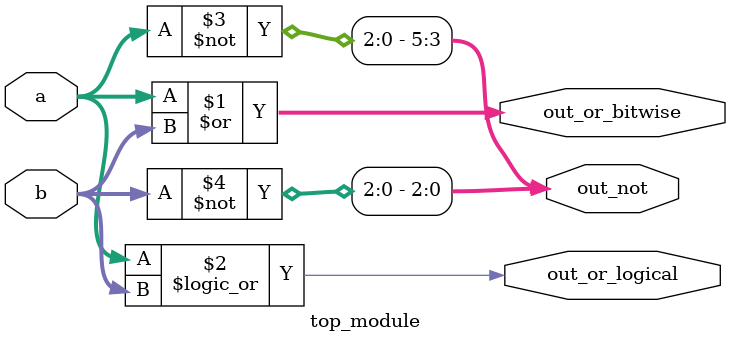
<source format=v>
module top_module(
    input [2:0] a,
    input [2:0] b,
    output [2:0] out_or_bitwise,
    output out_or_logical,
    output [5:0] out_not
  );
  // |:按位或
  // ||:逻辑或，输出位宽1bit
  // assign out_or_bitwise[2] = a[2]||b[2];
  // assign out_or_bitwise[1] = a[1]||b[1];
  // assign out_or_bitwise[0] = a[0]||b[0];
  assign out_or_bitwise = a|b;
  assign out_or_logical = a||b;

  // ~:按位取反
  // !:逻辑非，输出位宽1bit
  assign out_not[5:3] = ~a;
  assign out_not[2:0] = ~b;

endmodule

</source>
